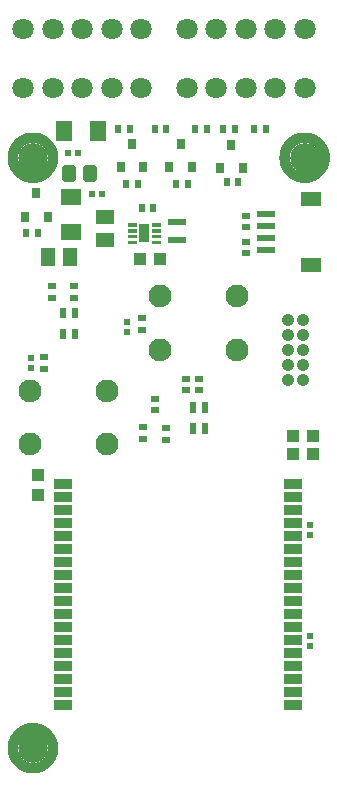
<source format=gbr>
G04 EAGLE Gerber RS-274X export*
G75*
%MOMM*%
%FSLAX34Y34*%
%LPD*%
%INSoldermask Top*%
%IPPOS*%
%AMOC8*
5,1,8,0,0,1.08239X$1,22.5*%
G01*
%ADD10C,2.500000*%
%ADD11C,0.812800*%
%ADD12C,1.800000*%
%ADD13C,0.080000*%
%ADD14C,1.050000*%
%ADD15R,0.800000X0.900000*%
%ADD16R,1.100000X1.000000*%
%ADD17R,1.000000X1.100000*%
%ADD18R,0.600000X0.700000*%
%ADD19R,0.700000X0.600000*%
%ADD20C,0.070000*%
%ADD21R,0.900000X1.600000*%
%ADD22R,1.500000X1.300000*%
%ADD23R,1.600000X0.500000*%
%ADD24R,0.600000X0.540000*%
%ADD25C,0.600000*%
%ADD26R,0.540000X0.600000*%
%ADD27R,1.300000X1.500000*%
%ADD28R,1.800000X1.350000*%
%ADD29R,1.800000X1.200000*%
%ADD30R,1.550000X0.600000*%
%ADD31R,1.350000X1.800000*%
%ADD32C,1.930400*%
%ADD33C,0.050000*%


D10*
X20000Y660000D03*
X250000Y660000D03*
X20000Y160000D03*
D11*
X3000Y660000D02*
X3005Y660417D01*
X3020Y660834D01*
X3046Y661251D01*
X3082Y661666D01*
X3128Y662081D01*
X3184Y662494D01*
X3250Y662906D01*
X3327Y663317D01*
X3413Y663725D01*
X3509Y664131D01*
X3616Y664534D01*
X3732Y664935D01*
X3858Y665333D01*
X3994Y665727D01*
X4139Y666118D01*
X4294Y666506D01*
X4458Y666889D01*
X4632Y667268D01*
X4815Y667643D01*
X5007Y668014D01*
X5209Y668379D01*
X5419Y668740D01*
X5637Y669095D01*
X5865Y669445D01*
X6101Y669789D01*
X6345Y670127D01*
X6598Y670459D01*
X6859Y670785D01*
X7127Y671104D01*
X7404Y671417D01*
X7688Y671722D01*
X7979Y672021D01*
X8278Y672312D01*
X8583Y672596D01*
X8896Y672873D01*
X9215Y673141D01*
X9541Y673402D01*
X9873Y673655D01*
X10211Y673899D01*
X10555Y674135D01*
X10905Y674363D01*
X11260Y674581D01*
X11621Y674791D01*
X11986Y674993D01*
X12357Y675185D01*
X12732Y675368D01*
X13111Y675542D01*
X13494Y675706D01*
X13882Y675861D01*
X14273Y676006D01*
X14667Y676142D01*
X15065Y676268D01*
X15466Y676384D01*
X15869Y676491D01*
X16275Y676587D01*
X16683Y676673D01*
X17094Y676750D01*
X17506Y676816D01*
X17919Y676872D01*
X18334Y676918D01*
X18749Y676954D01*
X19166Y676980D01*
X19583Y676995D01*
X20000Y677000D01*
X20417Y676995D01*
X20834Y676980D01*
X21251Y676954D01*
X21666Y676918D01*
X22081Y676872D01*
X22494Y676816D01*
X22906Y676750D01*
X23317Y676673D01*
X23725Y676587D01*
X24131Y676491D01*
X24534Y676384D01*
X24935Y676268D01*
X25333Y676142D01*
X25727Y676006D01*
X26118Y675861D01*
X26506Y675706D01*
X26889Y675542D01*
X27268Y675368D01*
X27643Y675185D01*
X28014Y674993D01*
X28379Y674791D01*
X28740Y674581D01*
X29095Y674363D01*
X29445Y674135D01*
X29789Y673899D01*
X30127Y673655D01*
X30459Y673402D01*
X30785Y673141D01*
X31104Y672873D01*
X31417Y672596D01*
X31722Y672312D01*
X32021Y672021D01*
X32312Y671722D01*
X32596Y671417D01*
X32873Y671104D01*
X33141Y670785D01*
X33402Y670459D01*
X33655Y670127D01*
X33899Y669789D01*
X34135Y669445D01*
X34363Y669095D01*
X34581Y668740D01*
X34791Y668379D01*
X34993Y668014D01*
X35185Y667643D01*
X35368Y667268D01*
X35542Y666889D01*
X35706Y666506D01*
X35861Y666118D01*
X36006Y665727D01*
X36142Y665333D01*
X36268Y664935D01*
X36384Y664534D01*
X36491Y664131D01*
X36587Y663725D01*
X36673Y663317D01*
X36750Y662906D01*
X36816Y662494D01*
X36872Y662081D01*
X36918Y661666D01*
X36954Y661251D01*
X36980Y660834D01*
X36995Y660417D01*
X37000Y660000D01*
X36995Y659583D01*
X36980Y659166D01*
X36954Y658749D01*
X36918Y658334D01*
X36872Y657919D01*
X36816Y657506D01*
X36750Y657094D01*
X36673Y656683D01*
X36587Y656275D01*
X36491Y655869D01*
X36384Y655466D01*
X36268Y655065D01*
X36142Y654667D01*
X36006Y654273D01*
X35861Y653882D01*
X35706Y653494D01*
X35542Y653111D01*
X35368Y652732D01*
X35185Y652357D01*
X34993Y651986D01*
X34791Y651621D01*
X34581Y651260D01*
X34363Y650905D01*
X34135Y650555D01*
X33899Y650211D01*
X33655Y649873D01*
X33402Y649541D01*
X33141Y649215D01*
X32873Y648896D01*
X32596Y648583D01*
X32312Y648278D01*
X32021Y647979D01*
X31722Y647688D01*
X31417Y647404D01*
X31104Y647127D01*
X30785Y646859D01*
X30459Y646598D01*
X30127Y646345D01*
X29789Y646101D01*
X29445Y645865D01*
X29095Y645637D01*
X28740Y645419D01*
X28379Y645209D01*
X28014Y645007D01*
X27643Y644815D01*
X27268Y644632D01*
X26889Y644458D01*
X26506Y644294D01*
X26118Y644139D01*
X25727Y643994D01*
X25333Y643858D01*
X24935Y643732D01*
X24534Y643616D01*
X24131Y643509D01*
X23725Y643413D01*
X23317Y643327D01*
X22906Y643250D01*
X22494Y643184D01*
X22081Y643128D01*
X21666Y643082D01*
X21251Y643046D01*
X20834Y643020D01*
X20417Y643005D01*
X20000Y643000D01*
X19583Y643005D01*
X19166Y643020D01*
X18749Y643046D01*
X18334Y643082D01*
X17919Y643128D01*
X17506Y643184D01*
X17094Y643250D01*
X16683Y643327D01*
X16275Y643413D01*
X15869Y643509D01*
X15466Y643616D01*
X15065Y643732D01*
X14667Y643858D01*
X14273Y643994D01*
X13882Y644139D01*
X13494Y644294D01*
X13111Y644458D01*
X12732Y644632D01*
X12357Y644815D01*
X11986Y645007D01*
X11621Y645209D01*
X11260Y645419D01*
X10905Y645637D01*
X10555Y645865D01*
X10211Y646101D01*
X9873Y646345D01*
X9541Y646598D01*
X9215Y646859D01*
X8896Y647127D01*
X8583Y647404D01*
X8278Y647688D01*
X7979Y647979D01*
X7688Y648278D01*
X7404Y648583D01*
X7127Y648896D01*
X6859Y649215D01*
X6598Y649541D01*
X6345Y649873D01*
X6101Y650211D01*
X5865Y650555D01*
X5637Y650905D01*
X5419Y651260D01*
X5209Y651621D01*
X5007Y651986D01*
X4815Y652357D01*
X4632Y652732D01*
X4458Y653111D01*
X4294Y653494D01*
X4139Y653882D01*
X3994Y654273D01*
X3858Y654667D01*
X3732Y655065D01*
X3616Y655466D01*
X3509Y655869D01*
X3413Y656275D01*
X3327Y656683D01*
X3250Y657094D01*
X3184Y657506D01*
X3128Y657919D01*
X3082Y658334D01*
X3046Y658749D01*
X3020Y659166D01*
X3005Y659583D01*
X3000Y660000D01*
X233000Y660000D02*
X233005Y660417D01*
X233020Y660834D01*
X233046Y661251D01*
X233082Y661666D01*
X233128Y662081D01*
X233184Y662494D01*
X233250Y662906D01*
X233327Y663317D01*
X233413Y663725D01*
X233509Y664131D01*
X233616Y664534D01*
X233732Y664935D01*
X233858Y665333D01*
X233994Y665727D01*
X234139Y666118D01*
X234294Y666506D01*
X234458Y666889D01*
X234632Y667268D01*
X234815Y667643D01*
X235007Y668014D01*
X235209Y668379D01*
X235419Y668740D01*
X235637Y669095D01*
X235865Y669445D01*
X236101Y669789D01*
X236345Y670127D01*
X236598Y670459D01*
X236859Y670785D01*
X237127Y671104D01*
X237404Y671417D01*
X237688Y671722D01*
X237979Y672021D01*
X238278Y672312D01*
X238583Y672596D01*
X238896Y672873D01*
X239215Y673141D01*
X239541Y673402D01*
X239873Y673655D01*
X240211Y673899D01*
X240555Y674135D01*
X240905Y674363D01*
X241260Y674581D01*
X241621Y674791D01*
X241986Y674993D01*
X242357Y675185D01*
X242732Y675368D01*
X243111Y675542D01*
X243494Y675706D01*
X243882Y675861D01*
X244273Y676006D01*
X244667Y676142D01*
X245065Y676268D01*
X245466Y676384D01*
X245869Y676491D01*
X246275Y676587D01*
X246683Y676673D01*
X247094Y676750D01*
X247506Y676816D01*
X247919Y676872D01*
X248334Y676918D01*
X248749Y676954D01*
X249166Y676980D01*
X249583Y676995D01*
X250000Y677000D01*
X250417Y676995D01*
X250834Y676980D01*
X251251Y676954D01*
X251666Y676918D01*
X252081Y676872D01*
X252494Y676816D01*
X252906Y676750D01*
X253317Y676673D01*
X253725Y676587D01*
X254131Y676491D01*
X254534Y676384D01*
X254935Y676268D01*
X255333Y676142D01*
X255727Y676006D01*
X256118Y675861D01*
X256506Y675706D01*
X256889Y675542D01*
X257268Y675368D01*
X257643Y675185D01*
X258014Y674993D01*
X258379Y674791D01*
X258740Y674581D01*
X259095Y674363D01*
X259445Y674135D01*
X259789Y673899D01*
X260127Y673655D01*
X260459Y673402D01*
X260785Y673141D01*
X261104Y672873D01*
X261417Y672596D01*
X261722Y672312D01*
X262021Y672021D01*
X262312Y671722D01*
X262596Y671417D01*
X262873Y671104D01*
X263141Y670785D01*
X263402Y670459D01*
X263655Y670127D01*
X263899Y669789D01*
X264135Y669445D01*
X264363Y669095D01*
X264581Y668740D01*
X264791Y668379D01*
X264993Y668014D01*
X265185Y667643D01*
X265368Y667268D01*
X265542Y666889D01*
X265706Y666506D01*
X265861Y666118D01*
X266006Y665727D01*
X266142Y665333D01*
X266268Y664935D01*
X266384Y664534D01*
X266491Y664131D01*
X266587Y663725D01*
X266673Y663317D01*
X266750Y662906D01*
X266816Y662494D01*
X266872Y662081D01*
X266918Y661666D01*
X266954Y661251D01*
X266980Y660834D01*
X266995Y660417D01*
X267000Y660000D01*
X266995Y659583D01*
X266980Y659166D01*
X266954Y658749D01*
X266918Y658334D01*
X266872Y657919D01*
X266816Y657506D01*
X266750Y657094D01*
X266673Y656683D01*
X266587Y656275D01*
X266491Y655869D01*
X266384Y655466D01*
X266268Y655065D01*
X266142Y654667D01*
X266006Y654273D01*
X265861Y653882D01*
X265706Y653494D01*
X265542Y653111D01*
X265368Y652732D01*
X265185Y652357D01*
X264993Y651986D01*
X264791Y651621D01*
X264581Y651260D01*
X264363Y650905D01*
X264135Y650555D01*
X263899Y650211D01*
X263655Y649873D01*
X263402Y649541D01*
X263141Y649215D01*
X262873Y648896D01*
X262596Y648583D01*
X262312Y648278D01*
X262021Y647979D01*
X261722Y647688D01*
X261417Y647404D01*
X261104Y647127D01*
X260785Y646859D01*
X260459Y646598D01*
X260127Y646345D01*
X259789Y646101D01*
X259445Y645865D01*
X259095Y645637D01*
X258740Y645419D01*
X258379Y645209D01*
X258014Y645007D01*
X257643Y644815D01*
X257268Y644632D01*
X256889Y644458D01*
X256506Y644294D01*
X256118Y644139D01*
X255727Y643994D01*
X255333Y643858D01*
X254935Y643732D01*
X254534Y643616D01*
X254131Y643509D01*
X253725Y643413D01*
X253317Y643327D01*
X252906Y643250D01*
X252494Y643184D01*
X252081Y643128D01*
X251666Y643082D01*
X251251Y643046D01*
X250834Y643020D01*
X250417Y643005D01*
X250000Y643000D01*
X249583Y643005D01*
X249166Y643020D01*
X248749Y643046D01*
X248334Y643082D01*
X247919Y643128D01*
X247506Y643184D01*
X247094Y643250D01*
X246683Y643327D01*
X246275Y643413D01*
X245869Y643509D01*
X245466Y643616D01*
X245065Y643732D01*
X244667Y643858D01*
X244273Y643994D01*
X243882Y644139D01*
X243494Y644294D01*
X243111Y644458D01*
X242732Y644632D01*
X242357Y644815D01*
X241986Y645007D01*
X241621Y645209D01*
X241260Y645419D01*
X240905Y645637D01*
X240555Y645865D01*
X240211Y646101D01*
X239873Y646345D01*
X239541Y646598D01*
X239215Y646859D01*
X238896Y647127D01*
X238583Y647404D01*
X238278Y647688D01*
X237979Y647979D01*
X237688Y648278D01*
X237404Y648583D01*
X237127Y648896D01*
X236859Y649215D01*
X236598Y649541D01*
X236345Y649873D01*
X236101Y650211D01*
X235865Y650555D01*
X235637Y650905D01*
X235419Y651260D01*
X235209Y651621D01*
X235007Y651986D01*
X234815Y652357D01*
X234632Y652732D01*
X234458Y653111D01*
X234294Y653494D01*
X234139Y653882D01*
X233994Y654273D01*
X233858Y654667D01*
X233732Y655065D01*
X233616Y655466D01*
X233509Y655869D01*
X233413Y656275D01*
X233327Y656683D01*
X233250Y657094D01*
X233184Y657506D01*
X233128Y657919D01*
X233082Y658334D01*
X233046Y658749D01*
X233020Y659166D01*
X233005Y659583D01*
X233000Y660000D01*
X3000Y160000D02*
X3005Y160417D01*
X3020Y160834D01*
X3046Y161251D01*
X3082Y161666D01*
X3128Y162081D01*
X3184Y162494D01*
X3250Y162906D01*
X3327Y163317D01*
X3413Y163725D01*
X3509Y164131D01*
X3616Y164534D01*
X3732Y164935D01*
X3858Y165333D01*
X3994Y165727D01*
X4139Y166118D01*
X4294Y166506D01*
X4458Y166889D01*
X4632Y167268D01*
X4815Y167643D01*
X5007Y168014D01*
X5209Y168379D01*
X5419Y168740D01*
X5637Y169095D01*
X5865Y169445D01*
X6101Y169789D01*
X6345Y170127D01*
X6598Y170459D01*
X6859Y170785D01*
X7127Y171104D01*
X7404Y171417D01*
X7688Y171722D01*
X7979Y172021D01*
X8278Y172312D01*
X8583Y172596D01*
X8896Y172873D01*
X9215Y173141D01*
X9541Y173402D01*
X9873Y173655D01*
X10211Y173899D01*
X10555Y174135D01*
X10905Y174363D01*
X11260Y174581D01*
X11621Y174791D01*
X11986Y174993D01*
X12357Y175185D01*
X12732Y175368D01*
X13111Y175542D01*
X13494Y175706D01*
X13882Y175861D01*
X14273Y176006D01*
X14667Y176142D01*
X15065Y176268D01*
X15466Y176384D01*
X15869Y176491D01*
X16275Y176587D01*
X16683Y176673D01*
X17094Y176750D01*
X17506Y176816D01*
X17919Y176872D01*
X18334Y176918D01*
X18749Y176954D01*
X19166Y176980D01*
X19583Y176995D01*
X20000Y177000D01*
X20417Y176995D01*
X20834Y176980D01*
X21251Y176954D01*
X21666Y176918D01*
X22081Y176872D01*
X22494Y176816D01*
X22906Y176750D01*
X23317Y176673D01*
X23725Y176587D01*
X24131Y176491D01*
X24534Y176384D01*
X24935Y176268D01*
X25333Y176142D01*
X25727Y176006D01*
X26118Y175861D01*
X26506Y175706D01*
X26889Y175542D01*
X27268Y175368D01*
X27643Y175185D01*
X28014Y174993D01*
X28379Y174791D01*
X28740Y174581D01*
X29095Y174363D01*
X29445Y174135D01*
X29789Y173899D01*
X30127Y173655D01*
X30459Y173402D01*
X30785Y173141D01*
X31104Y172873D01*
X31417Y172596D01*
X31722Y172312D01*
X32021Y172021D01*
X32312Y171722D01*
X32596Y171417D01*
X32873Y171104D01*
X33141Y170785D01*
X33402Y170459D01*
X33655Y170127D01*
X33899Y169789D01*
X34135Y169445D01*
X34363Y169095D01*
X34581Y168740D01*
X34791Y168379D01*
X34993Y168014D01*
X35185Y167643D01*
X35368Y167268D01*
X35542Y166889D01*
X35706Y166506D01*
X35861Y166118D01*
X36006Y165727D01*
X36142Y165333D01*
X36268Y164935D01*
X36384Y164534D01*
X36491Y164131D01*
X36587Y163725D01*
X36673Y163317D01*
X36750Y162906D01*
X36816Y162494D01*
X36872Y162081D01*
X36918Y161666D01*
X36954Y161251D01*
X36980Y160834D01*
X36995Y160417D01*
X37000Y160000D01*
X36995Y159583D01*
X36980Y159166D01*
X36954Y158749D01*
X36918Y158334D01*
X36872Y157919D01*
X36816Y157506D01*
X36750Y157094D01*
X36673Y156683D01*
X36587Y156275D01*
X36491Y155869D01*
X36384Y155466D01*
X36268Y155065D01*
X36142Y154667D01*
X36006Y154273D01*
X35861Y153882D01*
X35706Y153494D01*
X35542Y153111D01*
X35368Y152732D01*
X35185Y152357D01*
X34993Y151986D01*
X34791Y151621D01*
X34581Y151260D01*
X34363Y150905D01*
X34135Y150555D01*
X33899Y150211D01*
X33655Y149873D01*
X33402Y149541D01*
X33141Y149215D01*
X32873Y148896D01*
X32596Y148583D01*
X32312Y148278D01*
X32021Y147979D01*
X31722Y147688D01*
X31417Y147404D01*
X31104Y147127D01*
X30785Y146859D01*
X30459Y146598D01*
X30127Y146345D01*
X29789Y146101D01*
X29445Y145865D01*
X29095Y145637D01*
X28740Y145419D01*
X28379Y145209D01*
X28014Y145007D01*
X27643Y144815D01*
X27268Y144632D01*
X26889Y144458D01*
X26506Y144294D01*
X26118Y144139D01*
X25727Y143994D01*
X25333Y143858D01*
X24935Y143732D01*
X24534Y143616D01*
X24131Y143509D01*
X23725Y143413D01*
X23317Y143327D01*
X22906Y143250D01*
X22494Y143184D01*
X22081Y143128D01*
X21666Y143082D01*
X21251Y143046D01*
X20834Y143020D01*
X20417Y143005D01*
X20000Y143000D01*
X19583Y143005D01*
X19166Y143020D01*
X18749Y143046D01*
X18334Y143082D01*
X17919Y143128D01*
X17506Y143184D01*
X17094Y143250D01*
X16683Y143327D01*
X16275Y143413D01*
X15869Y143509D01*
X15466Y143616D01*
X15065Y143732D01*
X14667Y143858D01*
X14273Y143994D01*
X13882Y144139D01*
X13494Y144294D01*
X13111Y144458D01*
X12732Y144632D01*
X12357Y144815D01*
X11986Y145007D01*
X11621Y145209D01*
X11260Y145419D01*
X10905Y145637D01*
X10555Y145865D01*
X10211Y146101D01*
X9873Y146345D01*
X9541Y146598D01*
X9215Y146859D01*
X8896Y147127D01*
X8583Y147404D01*
X8278Y147688D01*
X7979Y147979D01*
X7688Y148278D01*
X7404Y148583D01*
X7127Y148896D01*
X6859Y149215D01*
X6598Y149541D01*
X6345Y149873D01*
X6101Y150211D01*
X5865Y150555D01*
X5637Y150905D01*
X5419Y151260D01*
X5209Y151621D01*
X5007Y151986D01*
X4815Y152357D01*
X4632Y152732D01*
X4458Y153111D01*
X4294Y153494D01*
X4139Y153882D01*
X3994Y154273D01*
X3858Y154667D01*
X3732Y155065D01*
X3616Y155466D01*
X3509Y155869D01*
X3413Y156275D01*
X3327Y156683D01*
X3250Y157094D01*
X3184Y157506D01*
X3128Y157919D01*
X3082Y158334D01*
X3046Y158749D01*
X3020Y159166D01*
X3005Y159583D01*
X3000Y160000D01*
D12*
X250200Y719000D03*
X250200Y769000D03*
X225200Y719000D03*
X225200Y769000D03*
X200200Y719000D03*
X200200Y769000D03*
X175200Y719000D03*
X175200Y769000D03*
X150200Y719000D03*
X150200Y769000D03*
X111600Y719000D03*
X111600Y769000D03*
X86600Y719000D03*
X86600Y769000D03*
X61600Y719000D03*
X61600Y769000D03*
X36600Y719000D03*
X36600Y769000D03*
X11600Y719000D03*
X11600Y769000D03*
D13*
X232900Y387700D02*
X247100Y387700D01*
X247100Y380500D01*
X232900Y380500D01*
X232900Y387700D01*
X232900Y381260D02*
X247100Y381260D01*
X247100Y382020D02*
X232900Y382020D01*
X232900Y382780D02*
X247100Y382780D01*
X247100Y383540D02*
X232900Y383540D01*
X232900Y384300D02*
X247100Y384300D01*
X247100Y385060D02*
X232900Y385060D01*
X232900Y385820D02*
X247100Y385820D01*
X247100Y386580D02*
X232900Y386580D01*
X232900Y387340D02*
X247100Y387340D01*
X247100Y376700D02*
X232900Y376700D01*
X247100Y376700D02*
X247100Y369500D01*
X232900Y369500D01*
X232900Y376700D01*
X232900Y370260D02*
X247100Y370260D01*
X247100Y371020D02*
X232900Y371020D01*
X232900Y371780D02*
X247100Y371780D01*
X247100Y372540D02*
X232900Y372540D01*
X232900Y373300D02*
X247100Y373300D01*
X247100Y374060D02*
X232900Y374060D01*
X232900Y374820D02*
X247100Y374820D01*
X247100Y375580D02*
X232900Y375580D01*
X232900Y376340D02*
X247100Y376340D01*
X247100Y365700D02*
X232900Y365700D01*
X247100Y365700D02*
X247100Y358500D01*
X232900Y358500D01*
X232900Y365700D01*
X232900Y359260D02*
X247100Y359260D01*
X247100Y360020D02*
X232900Y360020D01*
X232900Y360780D02*
X247100Y360780D01*
X247100Y361540D02*
X232900Y361540D01*
X232900Y362300D02*
X247100Y362300D01*
X247100Y363060D02*
X232900Y363060D01*
X232900Y363820D02*
X247100Y363820D01*
X247100Y364580D02*
X232900Y364580D01*
X232900Y365340D02*
X247100Y365340D01*
X247100Y354700D02*
X232900Y354700D01*
X247100Y354700D02*
X247100Y347500D01*
X232900Y347500D01*
X232900Y354700D01*
X232900Y348260D02*
X247100Y348260D01*
X247100Y349020D02*
X232900Y349020D01*
X232900Y349780D02*
X247100Y349780D01*
X247100Y350540D02*
X232900Y350540D01*
X232900Y351300D02*
X247100Y351300D01*
X247100Y352060D02*
X232900Y352060D01*
X232900Y352820D02*
X247100Y352820D01*
X247100Y353580D02*
X232900Y353580D01*
X232900Y354340D02*
X247100Y354340D01*
X247100Y343700D02*
X232900Y343700D01*
X247100Y343700D02*
X247100Y336500D01*
X232900Y336500D01*
X232900Y343700D01*
X232900Y337260D02*
X247100Y337260D01*
X247100Y338020D02*
X232900Y338020D01*
X232900Y338780D02*
X247100Y338780D01*
X247100Y339540D02*
X232900Y339540D01*
X232900Y340300D02*
X247100Y340300D01*
X247100Y341060D02*
X232900Y341060D01*
X232900Y341820D02*
X247100Y341820D01*
X247100Y342580D02*
X232900Y342580D01*
X232900Y343340D02*
X247100Y343340D01*
X247100Y332700D02*
X232900Y332700D01*
X247100Y332700D02*
X247100Y325500D01*
X232900Y325500D01*
X232900Y332700D01*
X232900Y326260D02*
X247100Y326260D01*
X247100Y327020D02*
X232900Y327020D01*
X232900Y327780D02*
X247100Y327780D01*
X247100Y328540D02*
X232900Y328540D01*
X232900Y329300D02*
X247100Y329300D01*
X247100Y330060D02*
X232900Y330060D01*
X232900Y330820D02*
X247100Y330820D01*
X247100Y331580D02*
X232900Y331580D01*
X232900Y332340D02*
X247100Y332340D01*
X247100Y321700D02*
X232900Y321700D01*
X247100Y321700D02*
X247100Y314500D01*
X232900Y314500D01*
X232900Y321700D01*
X232900Y315260D02*
X247100Y315260D01*
X247100Y316020D02*
X232900Y316020D01*
X232900Y316780D02*
X247100Y316780D01*
X247100Y317540D02*
X232900Y317540D01*
X232900Y318300D02*
X247100Y318300D01*
X247100Y319060D02*
X232900Y319060D01*
X232900Y319820D02*
X247100Y319820D01*
X247100Y320580D02*
X232900Y320580D01*
X232900Y321340D02*
X247100Y321340D01*
X247100Y310700D02*
X232900Y310700D01*
X247100Y310700D02*
X247100Y303500D01*
X232900Y303500D01*
X232900Y310700D01*
X232900Y304260D02*
X247100Y304260D01*
X247100Y305020D02*
X232900Y305020D01*
X232900Y305780D02*
X247100Y305780D01*
X247100Y306540D02*
X232900Y306540D01*
X232900Y307300D02*
X247100Y307300D01*
X247100Y308060D02*
X232900Y308060D01*
X232900Y308820D02*
X247100Y308820D01*
X247100Y309580D02*
X232900Y309580D01*
X232900Y310340D02*
X247100Y310340D01*
X247100Y299700D02*
X232900Y299700D01*
X247100Y299700D02*
X247100Y292500D01*
X232900Y292500D01*
X232900Y299700D01*
X232900Y293260D02*
X247100Y293260D01*
X247100Y294020D02*
X232900Y294020D01*
X232900Y294780D02*
X247100Y294780D01*
X247100Y295540D02*
X232900Y295540D01*
X232900Y296300D02*
X247100Y296300D01*
X247100Y297060D02*
X232900Y297060D01*
X232900Y297820D02*
X247100Y297820D01*
X247100Y298580D02*
X232900Y298580D01*
X232900Y299340D02*
X247100Y299340D01*
X247100Y288700D02*
X232900Y288700D01*
X247100Y288700D02*
X247100Y281500D01*
X232900Y281500D01*
X232900Y288700D01*
X232900Y282260D02*
X247100Y282260D01*
X247100Y283020D02*
X232900Y283020D01*
X232900Y283780D02*
X247100Y283780D01*
X247100Y284540D02*
X232900Y284540D01*
X232900Y285300D02*
X247100Y285300D01*
X247100Y286060D02*
X232900Y286060D01*
X232900Y286820D02*
X247100Y286820D01*
X247100Y287580D02*
X232900Y287580D01*
X232900Y288340D02*
X247100Y288340D01*
X247100Y277700D02*
X232900Y277700D01*
X247100Y277700D02*
X247100Y270500D01*
X232900Y270500D01*
X232900Y277700D01*
X232900Y271260D02*
X247100Y271260D01*
X247100Y272020D02*
X232900Y272020D01*
X232900Y272780D02*
X247100Y272780D01*
X247100Y273540D02*
X232900Y273540D01*
X232900Y274300D02*
X247100Y274300D01*
X247100Y275060D02*
X232900Y275060D01*
X232900Y275820D02*
X247100Y275820D01*
X247100Y276580D02*
X232900Y276580D01*
X232900Y277340D02*
X247100Y277340D01*
X247100Y266700D02*
X232900Y266700D01*
X247100Y266700D02*
X247100Y259500D01*
X232900Y259500D01*
X232900Y266700D01*
X232900Y260260D02*
X247100Y260260D01*
X247100Y261020D02*
X232900Y261020D01*
X232900Y261780D02*
X247100Y261780D01*
X247100Y262540D02*
X232900Y262540D01*
X232900Y263300D02*
X247100Y263300D01*
X247100Y264060D02*
X232900Y264060D01*
X232900Y264820D02*
X247100Y264820D01*
X247100Y265580D02*
X232900Y265580D01*
X232900Y266340D02*
X247100Y266340D01*
X247100Y255700D02*
X232900Y255700D01*
X247100Y255700D02*
X247100Y248500D01*
X232900Y248500D01*
X232900Y255700D01*
X232900Y249260D02*
X247100Y249260D01*
X247100Y250020D02*
X232900Y250020D01*
X232900Y250780D02*
X247100Y250780D01*
X247100Y251540D02*
X232900Y251540D01*
X232900Y252300D02*
X247100Y252300D01*
X247100Y253060D02*
X232900Y253060D01*
X232900Y253820D02*
X247100Y253820D01*
X247100Y254580D02*
X232900Y254580D01*
X232900Y255340D02*
X247100Y255340D01*
X247100Y244700D02*
X232900Y244700D01*
X247100Y244700D02*
X247100Y237500D01*
X232900Y237500D01*
X232900Y244700D01*
X232900Y238260D02*
X247100Y238260D01*
X247100Y239020D02*
X232900Y239020D01*
X232900Y239780D02*
X247100Y239780D01*
X247100Y240540D02*
X232900Y240540D01*
X232900Y241300D02*
X247100Y241300D01*
X247100Y242060D02*
X232900Y242060D01*
X232900Y242820D02*
X247100Y242820D01*
X247100Y243580D02*
X232900Y243580D01*
X232900Y244340D02*
X247100Y244340D01*
X247100Y233700D02*
X232900Y233700D01*
X247100Y233700D02*
X247100Y226500D01*
X232900Y226500D01*
X232900Y233700D01*
X232900Y227260D02*
X247100Y227260D01*
X247100Y228020D02*
X232900Y228020D01*
X232900Y228780D02*
X247100Y228780D01*
X247100Y229540D02*
X232900Y229540D01*
X232900Y230300D02*
X247100Y230300D01*
X247100Y231060D02*
X232900Y231060D01*
X232900Y231820D02*
X247100Y231820D01*
X247100Y232580D02*
X232900Y232580D01*
X232900Y233340D02*
X247100Y233340D01*
X247100Y222700D02*
X232900Y222700D01*
X247100Y222700D02*
X247100Y215500D01*
X232900Y215500D01*
X232900Y222700D01*
X232900Y216260D02*
X247100Y216260D01*
X247100Y217020D02*
X232900Y217020D01*
X232900Y217780D02*
X247100Y217780D01*
X247100Y218540D02*
X232900Y218540D01*
X232900Y219300D02*
X247100Y219300D01*
X247100Y220060D02*
X232900Y220060D01*
X232900Y220820D02*
X247100Y220820D01*
X247100Y221580D02*
X232900Y221580D01*
X232900Y222340D02*
X247100Y222340D01*
X247100Y211700D02*
X232900Y211700D01*
X247100Y211700D02*
X247100Y204500D01*
X232900Y204500D01*
X232900Y211700D01*
X232900Y205260D02*
X247100Y205260D01*
X247100Y206020D02*
X232900Y206020D01*
X232900Y206780D02*
X247100Y206780D01*
X247100Y207540D02*
X232900Y207540D01*
X232900Y208300D02*
X247100Y208300D01*
X247100Y209060D02*
X232900Y209060D01*
X232900Y209820D02*
X247100Y209820D01*
X247100Y210580D02*
X232900Y210580D01*
X232900Y211340D02*
X247100Y211340D01*
X247100Y200700D02*
X232900Y200700D01*
X247100Y200700D02*
X247100Y193500D01*
X232900Y193500D01*
X232900Y200700D01*
X232900Y194260D02*
X247100Y194260D01*
X247100Y195020D02*
X232900Y195020D01*
X232900Y195780D02*
X247100Y195780D01*
X247100Y196540D02*
X232900Y196540D01*
X232900Y197300D02*
X247100Y197300D01*
X247100Y198060D02*
X232900Y198060D01*
X232900Y198820D02*
X247100Y198820D01*
X247100Y199580D02*
X232900Y199580D01*
X232900Y200340D02*
X247100Y200340D01*
X52100Y387700D02*
X37900Y387700D01*
X52100Y387700D02*
X52100Y380500D01*
X37900Y380500D01*
X37900Y387700D01*
X37900Y381260D02*
X52100Y381260D01*
X52100Y382020D02*
X37900Y382020D01*
X37900Y382780D02*
X52100Y382780D01*
X52100Y383540D02*
X37900Y383540D01*
X37900Y384300D02*
X52100Y384300D01*
X52100Y385060D02*
X37900Y385060D01*
X37900Y385820D02*
X52100Y385820D01*
X52100Y386580D02*
X37900Y386580D01*
X37900Y387340D02*
X52100Y387340D01*
X52100Y376700D02*
X37900Y376700D01*
X52100Y376700D02*
X52100Y369500D01*
X37900Y369500D01*
X37900Y376700D01*
X37900Y370260D02*
X52100Y370260D01*
X52100Y371020D02*
X37900Y371020D01*
X37900Y371780D02*
X52100Y371780D01*
X52100Y372540D02*
X37900Y372540D01*
X37900Y373300D02*
X52100Y373300D01*
X52100Y374060D02*
X37900Y374060D01*
X37900Y374820D02*
X52100Y374820D01*
X52100Y375580D02*
X37900Y375580D01*
X37900Y376340D02*
X52100Y376340D01*
X52100Y365700D02*
X37900Y365700D01*
X52100Y365700D02*
X52100Y358500D01*
X37900Y358500D01*
X37900Y365700D01*
X37900Y359260D02*
X52100Y359260D01*
X52100Y360020D02*
X37900Y360020D01*
X37900Y360780D02*
X52100Y360780D01*
X52100Y361540D02*
X37900Y361540D01*
X37900Y362300D02*
X52100Y362300D01*
X52100Y363060D02*
X37900Y363060D01*
X37900Y363820D02*
X52100Y363820D01*
X52100Y364580D02*
X37900Y364580D01*
X37900Y365340D02*
X52100Y365340D01*
X52100Y354700D02*
X37900Y354700D01*
X52100Y354700D02*
X52100Y347500D01*
X37900Y347500D01*
X37900Y354700D01*
X37900Y348260D02*
X52100Y348260D01*
X52100Y349020D02*
X37900Y349020D01*
X37900Y349780D02*
X52100Y349780D01*
X52100Y350540D02*
X37900Y350540D01*
X37900Y351300D02*
X52100Y351300D01*
X52100Y352060D02*
X37900Y352060D01*
X37900Y352820D02*
X52100Y352820D01*
X52100Y353580D02*
X37900Y353580D01*
X37900Y354340D02*
X52100Y354340D01*
X52100Y343700D02*
X37900Y343700D01*
X52100Y343700D02*
X52100Y336500D01*
X37900Y336500D01*
X37900Y343700D01*
X37900Y337260D02*
X52100Y337260D01*
X52100Y338020D02*
X37900Y338020D01*
X37900Y338780D02*
X52100Y338780D01*
X52100Y339540D02*
X37900Y339540D01*
X37900Y340300D02*
X52100Y340300D01*
X52100Y341060D02*
X37900Y341060D01*
X37900Y341820D02*
X52100Y341820D01*
X52100Y342580D02*
X37900Y342580D01*
X37900Y343340D02*
X52100Y343340D01*
X52100Y332700D02*
X37900Y332700D01*
X52100Y332700D02*
X52100Y325500D01*
X37900Y325500D01*
X37900Y332700D01*
X37900Y326260D02*
X52100Y326260D01*
X52100Y327020D02*
X37900Y327020D01*
X37900Y327780D02*
X52100Y327780D01*
X52100Y328540D02*
X37900Y328540D01*
X37900Y329300D02*
X52100Y329300D01*
X52100Y330060D02*
X37900Y330060D01*
X37900Y330820D02*
X52100Y330820D01*
X52100Y331580D02*
X37900Y331580D01*
X37900Y332340D02*
X52100Y332340D01*
X52100Y321700D02*
X37900Y321700D01*
X52100Y321700D02*
X52100Y314500D01*
X37900Y314500D01*
X37900Y321700D01*
X37900Y315260D02*
X52100Y315260D01*
X52100Y316020D02*
X37900Y316020D01*
X37900Y316780D02*
X52100Y316780D01*
X52100Y317540D02*
X37900Y317540D01*
X37900Y318300D02*
X52100Y318300D01*
X52100Y319060D02*
X37900Y319060D01*
X37900Y319820D02*
X52100Y319820D01*
X52100Y320580D02*
X37900Y320580D01*
X37900Y321340D02*
X52100Y321340D01*
X52100Y310700D02*
X37900Y310700D01*
X52100Y310700D02*
X52100Y303500D01*
X37900Y303500D01*
X37900Y310700D01*
X37900Y304260D02*
X52100Y304260D01*
X52100Y305020D02*
X37900Y305020D01*
X37900Y305780D02*
X52100Y305780D01*
X52100Y306540D02*
X37900Y306540D01*
X37900Y307300D02*
X52100Y307300D01*
X52100Y308060D02*
X37900Y308060D01*
X37900Y308820D02*
X52100Y308820D01*
X52100Y309580D02*
X37900Y309580D01*
X37900Y310340D02*
X52100Y310340D01*
X52100Y299700D02*
X37900Y299700D01*
X52100Y299700D02*
X52100Y292500D01*
X37900Y292500D01*
X37900Y299700D01*
X37900Y293260D02*
X52100Y293260D01*
X52100Y294020D02*
X37900Y294020D01*
X37900Y294780D02*
X52100Y294780D01*
X52100Y295540D02*
X37900Y295540D01*
X37900Y296300D02*
X52100Y296300D01*
X52100Y297060D02*
X37900Y297060D01*
X37900Y297820D02*
X52100Y297820D01*
X52100Y298580D02*
X37900Y298580D01*
X37900Y299340D02*
X52100Y299340D01*
X52100Y288700D02*
X37900Y288700D01*
X52100Y288700D02*
X52100Y281500D01*
X37900Y281500D01*
X37900Y288700D01*
X37900Y282260D02*
X52100Y282260D01*
X52100Y283020D02*
X37900Y283020D01*
X37900Y283780D02*
X52100Y283780D01*
X52100Y284540D02*
X37900Y284540D01*
X37900Y285300D02*
X52100Y285300D01*
X52100Y286060D02*
X37900Y286060D01*
X37900Y286820D02*
X52100Y286820D01*
X52100Y287580D02*
X37900Y287580D01*
X37900Y288340D02*
X52100Y288340D01*
X52100Y277700D02*
X37900Y277700D01*
X52100Y277700D02*
X52100Y270500D01*
X37900Y270500D01*
X37900Y277700D01*
X37900Y271260D02*
X52100Y271260D01*
X52100Y272020D02*
X37900Y272020D01*
X37900Y272780D02*
X52100Y272780D01*
X52100Y273540D02*
X37900Y273540D01*
X37900Y274300D02*
X52100Y274300D01*
X52100Y275060D02*
X37900Y275060D01*
X37900Y275820D02*
X52100Y275820D01*
X52100Y276580D02*
X37900Y276580D01*
X37900Y277340D02*
X52100Y277340D01*
X52100Y266700D02*
X37900Y266700D01*
X52100Y266700D02*
X52100Y259500D01*
X37900Y259500D01*
X37900Y266700D01*
X37900Y260260D02*
X52100Y260260D01*
X52100Y261020D02*
X37900Y261020D01*
X37900Y261780D02*
X52100Y261780D01*
X52100Y262540D02*
X37900Y262540D01*
X37900Y263300D02*
X52100Y263300D01*
X52100Y264060D02*
X37900Y264060D01*
X37900Y264820D02*
X52100Y264820D01*
X52100Y265580D02*
X37900Y265580D01*
X37900Y266340D02*
X52100Y266340D01*
X52100Y255700D02*
X37900Y255700D01*
X52100Y255700D02*
X52100Y248500D01*
X37900Y248500D01*
X37900Y255700D01*
X37900Y249260D02*
X52100Y249260D01*
X52100Y250020D02*
X37900Y250020D01*
X37900Y250780D02*
X52100Y250780D01*
X52100Y251540D02*
X37900Y251540D01*
X37900Y252300D02*
X52100Y252300D01*
X52100Y253060D02*
X37900Y253060D01*
X37900Y253820D02*
X52100Y253820D01*
X52100Y254580D02*
X37900Y254580D01*
X37900Y255340D02*
X52100Y255340D01*
X52100Y244700D02*
X37900Y244700D01*
X52100Y244700D02*
X52100Y237500D01*
X37900Y237500D01*
X37900Y244700D01*
X37900Y238260D02*
X52100Y238260D01*
X52100Y239020D02*
X37900Y239020D01*
X37900Y239780D02*
X52100Y239780D01*
X52100Y240540D02*
X37900Y240540D01*
X37900Y241300D02*
X52100Y241300D01*
X52100Y242060D02*
X37900Y242060D01*
X37900Y242820D02*
X52100Y242820D01*
X52100Y243580D02*
X37900Y243580D01*
X37900Y244340D02*
X52100Y244340D01*
X52100Y233700D02*
X37900Y233700D01*
X52100Y233700D02*
X52100Y226500D01*
X37900Y226500D01*
X37900Y233700D01*
X37900Y227260D02*
X52100Y227260D01*
X52100Y228020D02*
X37900Y228020D01*
X37900Y228780D02*
X52100Y228780D01*
X52100Y229540D02*
X37900Y229540D01*
X37900Y230300D02*
X52100Y230300D01*
X52100Y231060D02*
X37900Y231060D01*
X37900Y231820D02*
X52100Y231820D01*
X52100Y232580D02*
X37900Y232580D01*
X37900Y233340D02*
X52100Y233340D01*
X52100Y222700D02*
X37900Y222700D01*
X52100Y222700D02*
X52100Y215500D01*
X37900Y215500D01*
X37900Y222700D01*
X37900Y216260D02*
X52100Y216260D01*
X52100Y217020D02*
X37900Y217020D01*
X37900Y217780D02*
X52100Y217780D01*
X52100Y218540D02*
X37900Y218540D01*
X37900Y219300D02*
X52100Y219300D01*
X52100Y220060D02*
X37900Y220060D01*
X37900Y220820D02*
X52100Y220820D01*
X52100Y221580D02*
X37900Y221580D01*
X37900Y222340D02*
X52100Y222340D01*
X52100Y211700D02*
X37900Y211700D01*
X52100Y211700D02*
X52100Y204500D01*
X37900Y204500D01*
X37900Y211700D01*
X37900Y205260D02*
X52100Y205260D01*
X52100Y206020D02*
X37900Y206020D01*
X37900Y206780D02*
X52100Y206780D01*
X52100Y207540D02*
X37900Y207540D01*
X37900Y208300D02*
X52100Y208300D01*
X52100Y209060D02*
X37900Y209060D01*
X37900Y209820D02*
X52100Y209820D01*
X52100Y210580D02*
X37900Y210580D01*
X37900Y211340D02*
X52100Y211340D01*
X52100Y200700D02*
X37900Y200700D01*
X52100Y200700D02*
X52100Y193500D01*
X37900Y193500D01*
X37900Y200700D01*
X37900Y194260D02*
X52100Y194260D01*
X52100Y195020D02*
X37900Y195020D01*
X37900Y195780D02*
X52100Y195780D01*
X52100Y196540D02*
X37900Y196540D01*
X37900Y197300D02*
X52100Y197300D01*
X52100Y198060D02*
X37900Y198060D01*
X37900Y198820D02*
X52100Y198820D01*
X52100Y199580D02*
X37900Y199580D01*
X37900Y200340D02*
X52100Y200340D01*
D14*
X236000Y522400D03*
X236000Y509700D03*
X236000Y497000D03*
X236000Y484300D03*
X236000Y471600D03*
X248700Y522400D03*
X248700Y509700D03*
X248700Y497000D03*
X248700Y484300D03*
X248700Y471600D03*
D15*
X188000Y671000D03*
X178500Y651000D03*
X197500Y651000D03*
X145000Y672000D03*
X135500Y652000D03*
X154500Y652000D03*
D16*
X257500Y409000D03*
X240500Y409000D03*
X257500Y424000D03*
X240500Y424000D03*
D17*
X24000Y374500D03*
X24000Y391500D03*
D18*
X184000Y639000D03*
X194000Y639000D03*
X141000Y638000D03*
X151000Y638000D03*
X157000Y684000D03*
X167000Y684000D03*
X123000Y684000D03*
X133000Y684000D03*
D15*
X104000Y672000D03*
X94500Y652000D03*
X113500Y652000D03*
D18*
X99000Y638000D03*
X109000Y638000D03*
X92000Y684000D03*
X102000Y684000D03*
D19*
X123000Y446000D03*
X123000Y456000D03*
X113000Y422000D03*
X113000Y432000D03*
X133000Y421000D03*
X133000Y431000D03*
D18*
X207000Y684000D03*
X217000Y684000D03*
D20*
X107500Y602450D02*
X100800Y602450D01*
X100800Y604550D01*
X107500Y604550D01*
X107500Y602450D01*
X107500Y603115D02*
X100800Y603115D01*
X100800Y603780D02*
X107500Y603780D01*
X107500Y604445D02*
X100800Y604445D01*
X100800Y597450D02*
X107500Y597450D01*
X100800Y597450D02*
X100800Y599550D01*
X107500Y599550D01*
X107500Y597450D01*
X107500Y598115D02*
X100800Y598115D01*
X100800Y598780D02*
X107500Y598780D01*
X107500Y599445D02*
X100800Y599445D01*
X100800Y592450D02*
X107500Y592450D01*
X100800Y592450D02*
X100800Y594550D01*
X107500Y594550D01*
X107500Y592450D01*
X107500Y593115D02*
X100800Y593115D01*
X100800Y593780D02*
X107500Y593780D01*
X107500Y594445D02*
X100800Y594445D01*
X100800Y587450D02*
X107500Y587450D01*
X100800Y587450D02*
X100800Y589550D01*
X107500Y589550D01*
X107500Y587450D01*
X107500Y588115D02*
X100800Y588115D01*
X100800Y588780D02*
X107500Y588780D01*
X107500Y589445D02*
X100800Y589445D01*
X120500Y587450D02*
X127200Y587450D01*
X120500Y587450D02*
X120500Y589550D01*
X127200Y589550D01*
X127200Y587450D01*
X127200Y588115D02*
X120500Y588115D01*
X120500Y588780D02*
X127200Y588780D01*
X127200Y589445D02*
X120500Y589445D01*
X120500Y592450D02*
X127200Y592450D01*
X120500Y592450D02*
X120500Y594550D01*
X127200Y594550D01*
X127200Y592450D01*
X127200Y593115D02*
X120500Y593115D01*
X120500Y593780D02*
X127200Y593780D01*
X127200Y594445D02*
X120500Y594445D01*
X120500Y597450D02*
X127200Y597450D01*
X120500Y597450D02*
X120500Y599550D01*
X127200Y599550D01*
X127200Y597450D01*
X127200Y598115D02*
X120500Y598115D01*
X120500Y598780D02*
X127200Y598780D01*
X127200Y599445D02*
X120500Y599445D01*
X120500Y602450D02*
X127200Y602450D01*
X120500Y602450D02*
X120500Y604550D01*
X127200Y604550D01*
X127200Y602450D01*
X127200Y603115D02*
X120500Y603115D01*
X120500Y603780D02*
X127200Y603780D01*
X127200Y604445D02*
X120500Y604445D01*
D21*
X114000Y596000D03*
D18*
X122000Y617000D03*
X112000Y617000D03*
D22*
X81000Y590500D03*
X81000Y609500D03*
D16*
X127500Y574000D03*
X110500Y574000D03*
D23*
X142000Y605500D03*
X142000Y590500D03*
D19*
X112000Y514000D03*
X112000Y524000D03*
D24*
X100000Y512700D03*
X100000Y521300D03*
X18000Y481700D03*
X18000Y490300D03*
D19*
X29000Y481000D03*
X29000Y491000D03*
D15*
X23000Y630000D03*
X13500Y610000D03*
X32500Y610000D03*
D25*
X47400Y642650D02*
X53400Y642650D01*
X47400Y642650D02*
X47400Y651350D01*
X53400Y651350D01*
X53400Y642650D01*
X53400Y648350D02*
X47400Y648350D01*
X64600Y642650D02*
X70600Y642650D01*
X64600Y642650D02*
X64600Y651350D01*
X70600Y651350D01*
X70600Y642650D01*
X70600Y648350D02*
X64600Y648350D01*
D26*
X49700Y664000D03*
X58300Y664000D03*
X69700Y629000D03*
X78300Y629000D03*
D27*
X51500Y576000D03*
X32500Y576000D03*
D18*
X24000Y596000D03*
X14000Y596000D03*
D28*
X52000Y597500D03*
X52000Y626500D03*
D18*
X191000Y684000D03*
X181000Y684000D03*
D29*
X255750Y625000D03*
X255750Y569000D03*
D30*
X217000Y582000D03*
X217000Y592000D03*
X217000Y602000D03*
X217000Y612000D03*
D19*
X200000Y601000D03*
X200000Y611000D03*
X200000Y589000D03*
X200000Y579000D03*
D31*
X46500Y683000D03*
X75500Y683000D03*
D32*
X127500Y542500D03*
X192500Y542500D03*
X127500Y497500D03*
X192500Y497500D03*
X17500Y462500D03*
X82500Y462500D03*
X17500Y417500D03*
X82500Y417500D03*
D33*
X57250Y507000D02*
X57250Y515000D01*
X57250Y507000D02*
X52750Y507000D01*
X52750Y515000D01*
X57250Y515000D01*
X57250Y507475D02*
X52750Y507475D01*
X52750Y507950D02*
X57250Y507950D01*
X57250Y508425D02*
X52750Y508425D01*
X52750Y508900D02*
X57250Y508900D01*
X57250Y509375D02*
X52750Y509375D01*
X52750Y509850D02*
X57250Y509850D01*
X57250Y510325D02*
X52750Y510325D01*
X52750Y510800D02*
X57250Y510800D01*
X57250Y511275D02*
X52750Y511275D01*
X52750Y511750D02*
X57250Y511750D01*
X57250Y512225D02*
X52750Y512225D01*
X52750Y512700D02*
X57250Y512700D01*
X57250Y513175D02*
X52750Y513175D01*
X52750Y513650D02*
X57250Y513650D01*
X57250Y514125D02*
X52750Y514125D01*
X52750Y514600D02*
X57250Y514600D01*
X57250Y525000D02*
X57250Y533000D01*
X57250Y525000D02*
X52750Y525000D01*
X52750Y533000D01*
X57250Y533000D01*
X57250Y525475D02*
X52750Y525475D01*
X52750Y525950D02*
X57250Y525950D01*
X57250Y526425D02*
X52750Y526425D01*
X52750Y526900D02*
X57250Y526900D01*
X57250Y527375D02*
X52750Y527375D01*
X52750Y527850D02*
X57250Y527850D01*
X57250Y528325D02*
X52750Y528325D01*
X52750Y528800D02*
X57250Y528800D01*
X57250Y529275D02*
X52750Y529275D01*
X52750Y529750D02*
X57250Y529750D01*
X57250Y530225D02*
X52750Y530225D01*
X52750Y530700D02*
X57250Y530700D01*
X57250Y531175D02*
X52750Y531175D01*
X52750Y531650D02*
X57250Y531650D01*
X57250Y532125D02*
X52750Y532125D01*
X52750Y532600D02*
X57250Y532600D01*
X47250Y533000D02*
X47250Y525000D01*
X42750Y525000D01*
X42750Y533000D01*
X47250Y533000D01*
X47250Y525475D02*
X42750Y525475D01*
X42750Y525950D02*
X47250Y525950D01*
X47250Y526425D02*
X42750Y526425D01*
X42750Y526900D02*
X47250Y526900D01*
X47250Y527375D02*
X42750Y527375D01*
X42750Y527850D02*
X47250Y527850D01*
X47250Y528325D02*
X42750Y528325D01*
X42750Y528800D02*
X47250Y528800D01*
X47250Y529275D02*
X42750Y529275D01*
X42750Y529750D02*
X47250Y529750D01*
X47250Y530225D02*
X42750Y530225D01*
X42750Y530700D02*
X47250Y530700D01*
X47250Y531175D02*
X42750Y531175D01*
X42750Y531650D02*
X47250Y531650D01*
X47250Y532125D02*
X42750Y532125D01*
X42750Y532600D02*
X47250Y532600D01*
X47250Y515000D02*
X47250Y507000D01*
X42750Y507000D01*
X42750Y515000D01*
X47250Y515000D01*
X47250Y507475D02*
X42750Y507475D01*
X42750Y507950D02*
X47250Y507950D01*
X47250Y508425D02*
X42750Y508425D01*
X42750Y508900D02*
X47250Y508900D01*
X47250Y509375D02*
X42750Y509375D01*
X42750Y509850D02*
X47250Y509850D01*
X47250Y510325D02*
X42750Y510325D01*
X42750Y510800D02*
X47250Y510800D01*
X47250Y511275D02*
X42750Y511275D01*
X42750Y511750D02*
X47250Y511750D01*
X47250Y512225D02*
X42750Y512225D01*
X42750Y512700D02*
X47250Y512700D01*
X47250Y513175D02*
X42750Y513175D01*
X42750Y513650D02*
X47250Y513650D01*
X47250Y514125D02*
X42750Y514125D01*
X42750Y514600D02*
X47250Y514600D01*
X167250Y435000D02*
X167250Y427000D01*
X162750Y427000D01*
X162750Y435000D01*
X167250Y435000D01*
X167250Y427475D02*
X162750Y427475D01*
X162750Y427950D02*
X167250Y427950D01*
X167250Y428425D02*
X162750Y428425D01*
X162750Y428900D02*
X167250Y428900D01*
X167250Y429375D02*
X162750Y429375D01*
X162750Y429850D02*
X167250Y429850D01*
X167250Y430325D02*
X162750Y430325D01*
X162750Y430800D02*
X167250Y430800D01*
X167250Y431275D02*
X162750Y431275D01*
X162750Y431750D02*
X167250Y431750D01*
X167250Y432225D02*
X162750Y432225D01*
X162750Y432700D02*
X167250Y432700D01*
X167250Y433175D02*
X162750Y433175D01*
X162750Y433650D02*
X167250Y433650D01*
X167250Y434125D02*
X162750Y434125D01*
X162750Y434600D02*
X167250Y434600D01*
X167250Y445000D02*
X167250Y453000D01*
X167250Y445000D02*
X162750Y445000D01*
X162750Y453000D01*
X167250Y453000D01*
X167250Y445475D02*
X162750Y445475D01*
X162750Y445950D02*
X167250Y445950D01*
X167250Y446425D02*
X162750Y446425D01*
X162750Y446900D02*
X167250Y446900D01*
X167250Y447375D02*
X162750Y447375D01*
X162750Y447850D02*
X167250Y447850D01*
X167250Y448325D02*
X162750Y448325D01*
X162750Y448800D02*
X167250Y448800D01*
X167250Y449275D02*
X162750Y449275D01*
X162750Y449750D02*
X167250Y449750D01*
X167250Y450225D02*
X162750Y450225D01*
X162750Y450700D02*
X167250Y450700D01*
X167250Y451175D02*
X162750Y451175D01*
X162750Y451650D02*
X167250Y451650D01*
X167250Y452125D02*
X162750Y452125D01*
X162750Y452600D02*
X167250Y452600D01*
X157250Y453000D02*
X157250Y445000D01*
X152750Y445000D01*
X152750Y453000D01*
X157250Y453000D01*
X157250Y445475D02*
X152750Y445475D01*
X152750Y445950D02*
X157250Y445950D01*
X157250Y446425D02*
X152750Y446425D01*
X152750Y446900D02*
X157250Y446900D01*
X157250Y447375D02*
X152750Y447375D01*
X152750Y447850D02*
X157250Y447850D01*
X157250Y448325D02*
X152750Y448325D01*
X152750Y448800D02*
X157250Y448800D01*
X157250Y449275D02*
X152750Y449275D01*
X152750Y449750D02*
X157250Y449750D01*
X157250Y450225D02*
X152750Y450225D01*
X152750Y450700D02*
X157250Y450700D01*
X157250Y451175D02*
X152750Y451175D01*
X152750Y451650D02*
X157250Y451650D01*
X157250Y452125D02*
X152750Y452125D01*
X152750Y452600D02*
X157250Y452600D01*
X157250Y435000D02*
X157250Y427000D01*
X152750Y427000D01*
X152750Y435000D01*
X157250Y435000D01*
X157250Y427475D02*
X152750Y427475D01*
X152750Y427950D02*
X157250Y427950D01*
X157250Y428425D02*
X152750Y428425D01*
X152750Y428900D02*
X157250Y428900D01*
X157250Y429375D02*
X152750Y429375D01*
X152750Y429850D02*
X157250Y429850D01*
X157250Y430325D02*
X152750Y430325D01*
X152750Y430800D02*
X157250Y430800D01*
X157250Y431275D02*
X152750Y431275D01*
X152750Y431750D02*
X157250Y431750D01*
X157250Y432225D02*
X152750Y432225D01*
X152750Y432700D02*
X157250Y432700D01*
X157250Y433175D02*
X152750Y433175D01*
X152750Y433650D02*
X157250Y433650D01*
X157250Y434125D02*
X152750Y434125D01*
X152750Y434600D02*
X157250Y434600D01*
D19*
X36000Y551000D03*
X36000Y541000D03*
X55000Y551000D03*
X55000Y541000D03*
X161000Y473000D03*
X161000Y463000D03*
X150000Y473000D03*
X150000Y463000D03*
D24*
X255000Y255300D03*
X255000Y246700D03*
X255000Y340700D03*
X255000Y349300D03*
M02*

</source>
